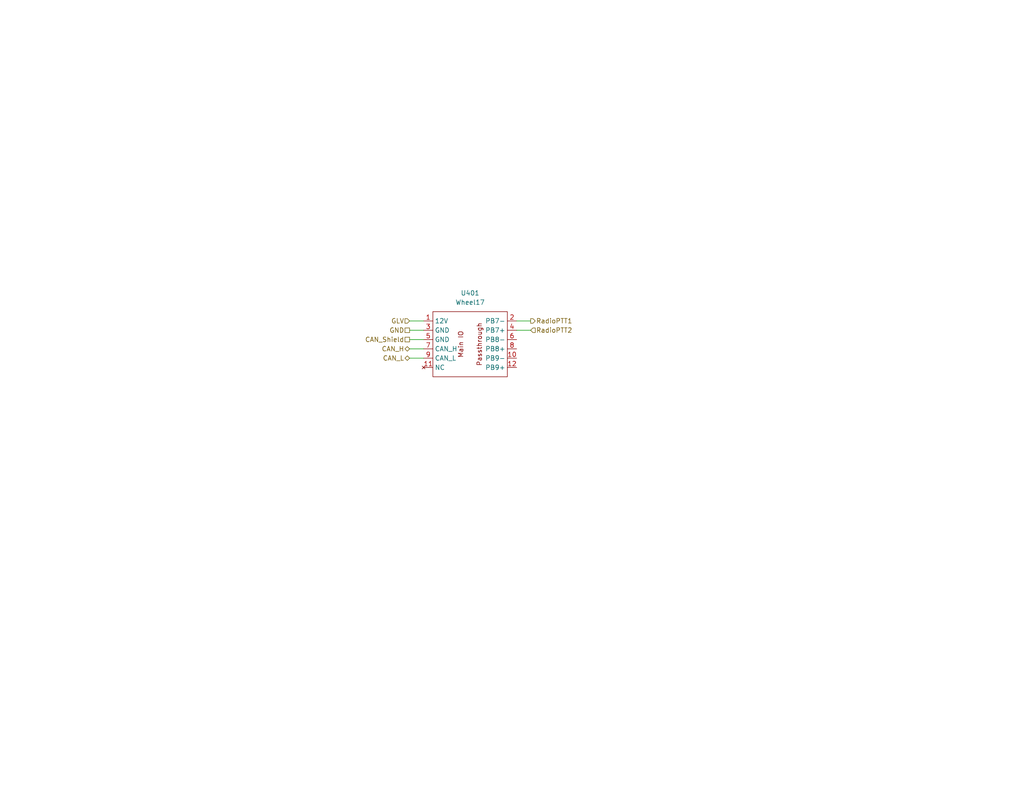
<source format=kicad_sch>
(kicad_sch (version 20230121) (generator eeschema)
  (paper "A")
  (title_block (title "Wheel PCB") (date "2023-01-25") (rev "1") (company "Northeastern Electric Racing") (comment 1 "https://github.com/Northeastern-Electric-Racing/NER") (comment 2 "For authors and other info, contact Chief Electrical Engineer"))
  (lib_symbols
    (symbol "NER:Wheel17"
      (property "Reference" "U" (at 0 3.81 0))
      (property "Value" "Wheel17" (at 0 1.27 0))
      (symbol "Wheel17_0_0"
        (text "Main IO" (at -2.54 -8.89 900) (effects (font (size 1.27 1.27))))
        (text "Passthrough" (at 2.54 -8.89 900) (effects (font (size 1.27 1.27))))
      )
      (symbol "Wheel17_0_1"
        (rectangle (start -10.16 0) (end 10.16 -17.78))
      )
      (symbol "Wheel17_1_1"
        (pin passive line (at -12.7 -2.54 0) (length 2.54) (name "12V") (number "1"))
        (pin passive line (at 12.7 -12.7 180) (length 2.54) (name "PB9-") (number "10"))
        (pin no_connect line (at -12.7 -15.24 0) (length 2.54) (name "NC") (number "11"))
        (pin passive line (at 12.7 -15.24 180) (length 2.54) (name "PB9+") (number "12"))
        (pin passive line (at 12.7 -2.54 180) (length 2.54) (name "PB7-") (number "2"))
        (pin passive line (at -12.7 -5.08 0) (length 2.54) (name "GND") (number "3"))
        (pin passive line (at 12.7 -5.08 180) (length 2.54) (name "PB7+") (number "4"))
        (pin passive line (at -12.7 -7.62 0) (length 2.54) (name "GND") (number "5"))
        (pin passive line (at 12.7 -7.62 180) (length 2.54) (name "PB8-") (number "6"))
        (pin passive line (at -12.7 -10.16 0) (length 2.54) (name "CAN_H") (number "7"))
        (pin passive line (at 12.7 -10.16 180) (length 2.54) (name "PB8+") (number "8"))
        (pin passive line (at -12.7 -12.7 0) (length 2.54) (name "CAN_L") (number "9"))
      )
    )
  )
  (wire (pts (xy 111.76 90.17) (xy 115.57 90.17)))
  (wire (pts (xy 144.78 87.63) (xy 140.97 87.63)))
  (wire (pts (xy 144.78 90.17) (xy 140.97 90.17)))
  (wire (pts (xy 111.76 92.71) (xy 115.57 92.71)))
  (wire (pts (xy 111.76 97.79) (xy 115.57 97.79)))
  (wire (pts (xy 111.76 95.25) (xy 115.57 95.25)))
  (wire (pts (xy 111.76 87.63) (xy 115.57 87.63)))
  (hierarchical_label "GND" (shape passive) (at 111.76 90.17 180))
  (hierarchical_label "RadioPTT1" (shape output) (at 144.78 87.63 0))
  (hierarchical_label "CAN_L" (shape bidirectional) (at 111.76 97.79 180))
  (hierarchical_label "CAN_Shield" (shape passive) (at 111.76 92.71 180))
  (hierarchical_label "GLV" (shape input) (at 111.76 87.63 180))
  (hierarchical_label "RadioPTT2" (shape input) (at 144.78 90.17 0))
  (hierarchical_label "CAN_H" (shape bidirectional) (at 111.76 95.25 180))
  (symbol (lib_id "NER:Wheel17") (at 128.27 85.09 0) (unit 1)
    (property "Reference" "U401" (at 128.27 80.01 0))
    (property "Value" "Wheel17" (at 128.27 82.55 0))
  )
)
</source>
